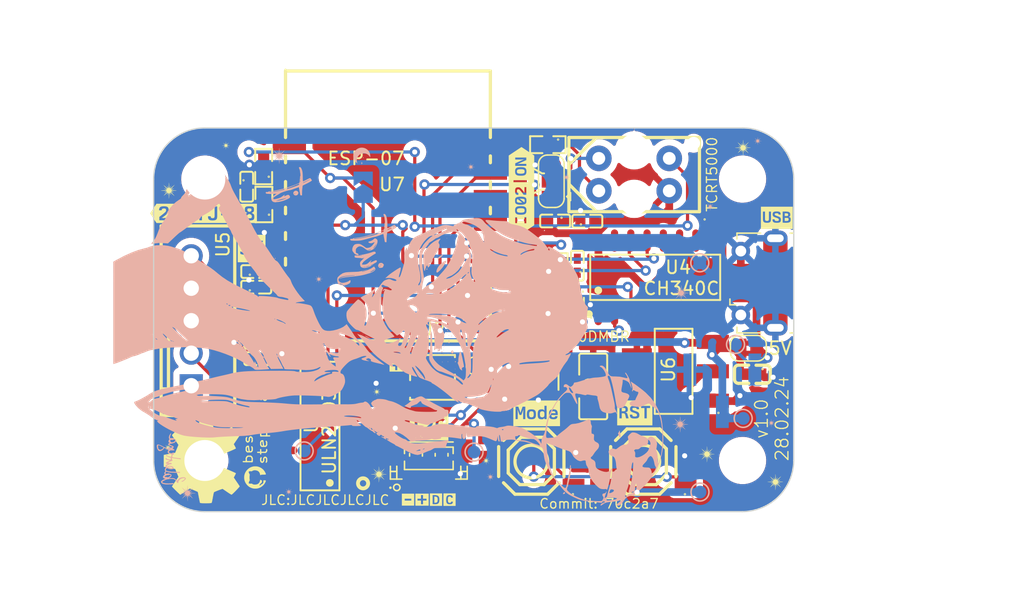
<source format=kicad_pcb>
(kicad_pcb (version 20221018) (generator pcbnew)
  (layers (0 "F.Cu" signal) (31 "B.Cu" signal) (34 "B.Paste" user) (35 "F.Paste" user) (36 "B.SilkS" user "B.Silkscreen") (37 "F.SilkS" user "F.Silkscreen") (38 "B.Mask" user) (39 "F.Mask" user) (44 "Edge.Cuts" user))
  (net 0 "")
  (net 1 "+5V")
  (net 2 "GND")
  (net 3 "+3V3")
  (net 4 "Net-(CGQ1-E)")
  (net 5 "Net-(CGQ1-A)")
  (net 6 "STEPPER1")
  (net 7 "STEPPER2")
  (net 8 "STEPPER3")
  (net 9 "STEPPER4")
  (net 10 "Net-(JP2-C)")
  (net 11 "NEOPIXEL_OUT")
  (net 13 "Net-(Q1-B)")
  (net 14 "Net-(Q2-B)")
  (net 16 "/UD_N")
  (net 17 "/UD_P")
  (net 18 "I2C_SDA")
  (net 19 "I2C_SCL")
  (net 20 "RX")
  (net 28 "TX")
  (net 30 "RTS")
  (net 31 "Net-(U3-O7)")
  (net 32 "DTR")
  (net 33 "GPIO0")
  (net 34 "Net-(U3-O6)")
  (net 35 "Net-(U3-O5)")
  (net 36 "Net-(U3-O4)")
  (net 38 "NEOPIXEL")
  (net 39 "RESET")
  (net 40 "ADC")
  (net 45 "IR")
  (net 52 "VBUS")
  (footprint "footprint:SW-SMD_4P-L5.1-W5.1-P3.70-LS6.5-TL-2" (layer "F.Cu") (at 138.25 96.084 180)
    (fp_text reference "SW2" hide)
    (fp_text value "RST")
  )
  (footprint "footprint:C0402" (layer "F.Cu") (at 133.096 80.772 90)
    (fp_text reference "R1" hide)
    (fp_text value "12k")
  )
  (footprint "LOGO" (layer "F.Cu") (at 146.076262 71.550172)
    (fp_text reference "G***" hide)
    (fp_text value "LOGO" hide)
  )
  (footprint "footprint:CONN-SMD_BM04B-SRSS-TB" (layer "F.Cu") (at 121.494007 96.517443)
    (fp_text reference "J1" hide)
    (fp_text value "I2C" hide)
  )
  (footprint "LOGO" (layer "F.Cu") (at 117.632575 97.075328)
    (fp_text reference "G***" hide)
    (fp_text value "LOGO" hide)
  )
  (footprint "kibuzzard-65D87D58" (layer "F.Cu") (at 121.51356 93.345)
    (fp_text reference "kibuzzard-65D87D58" hide)
    (fp_text value "G***" hide)
  )
  (footprint "MountingHole:MountingHole_3.2mm_M3" (layer "F.Cu") (at 146 96)
    (fp_text reference "H2" hide)
    (fp_text value "MountingHole")
  )
  (footprint "footprint:C0402" (layer "F.Cu") (at 108.014515 81.2292)
    (fp_text reference "C7" hide)
    (fp_text value "10u" hide)
  )
  (footprint "footprint:R0603" (layer "F.Cu") (at 108.610562 75.986259 90)
    (fp_text reference "R5" hide)
    (fp_text value "10k")
  )
  (footprint "kibuzzard-65D87D4C" (layer "F.Cu") (at 129.91891 92.310016)
    (fp_text reference "kibuzzard-65D87D4C" hide)
    (fp_text value "G***" hide)
  )
  (footprint "LOGO" (layer "F.Cu") (at 148.605149 97.675617)
    (fp_text reference "G***" hide)
    (fp_text value "LOGO" hide)
  )
  (footprint "footprint:SOT-23-3_L2.9-W1.3-P1.90-LS2.4-BR" (layer "F.Cu") (at 132.08 84 90)
    (fp_text reference "Q1" hide)
    (fp_text value "MMBT3904")
  )
  (footprint "footprint:SW-SMD_4P-L5.1-W5.1-P3.70-LS6.5-TL-2" (layer "F.Cu") (at 129.5 96.084 180)
    (fp_text reference "SW1" hide)
    (fp_text value "Mode")
  )
  (footprint "LOGO" (layer "F.Cu") (at 127.779211 87.263774)
    (fp_text reference "G***" hide)
    (fp_text value "LOGO" hide)
  )
  (footprint "footprint:C0402" (layer "F.Cu") (at 131.361393 77.276505 180)
    (fp_text reference "C5" hide)
    (fp_text value "10u")
  )
  (footprint "LOGO" (layer "F.Cu") (at 101.1428 94.996)
    (fp_text reference "G***" hide)
    (fp_text value "LOGO" hide)
  )
  (footprint "footprint:SOP-16_L10.0-W3.9-P1.27-LS6.0-BL" (layer "F.Cu") (at 139.17702 81.679058)
    (fp_text reference "U4")
    (fp_text value "CH340C")
  )
  (footprint "kibuzzard-65D87D42" (layer "F.Cu") (at 137.582312 92.278604)
    (fp_text reference "kibuzzard-65D87D42" hide)
    (fp_text value "G***" hide)
  )
  (footprint "footprint:SOT-23-3_L2.9-W1.3-P1.90-LS2.4-BR" (layer "F.Cu") (at 130.81 80.518 -90)
    (fp_text reference "Q2" hide)
    (fp_text value "MMBT3904")
  )
  (footprint "footprint:C0603" (layer "F.Cu") (at 146.7612 89.2556 180)
    (fp_text reference "C2" hide)
    (fp_text value "22u")
  )
  (footprint "footprint:WIFIM-SMD_ESP-07" (layer "F.Cu") (at 118.45 78.45 -90)
    (fp_text reference "U7")
    (fp_text value "ESP-07")
  )
  (footprint "LOGO" (layer "F.Cu") (at 115.57 87.376)
    (fp_text reference "G***" hide)
    (fp_text value "LOGO" hide)
  )
  (footprint "kibuzzard-65DB2C89" (layer "F.Cu") (at 122.056684 99.06)
    (fp_text reference "kibuzzard-65DB2C89" hide)
    (fp_text value "G***" hide)
  )
  (footprint "footprint:SOT-223-3_L6.5-W3.4-P2.30-LS7.0-BR" (layer "F.Cu") (at 140.716 89.027)
    (fp_text reference "U6")
    (fp_text value "AMS1117")
  )
  (footprint "footprint:LED-SMD_4P-L3.5-W3.5-BR_SK6812MINI-HS" (layer "F.Cu") (at 121.78349 89.502828)
    (fp_text reference "U2")
    (fp_text value "SK6812MINI-HS Neopixel")
  )
  (footprint "kibuzzard-65DB1DFE" (layer "F.Cu") (at 103.894224 76.680099)
    (fp_text reference "kibuzzard-65DB1DFE" hide)
    (fp_text value "G***" hide)
  )
  (footprint "footprint:OPTO-TH_TCRT5000L" (layer "F.Cu") (at 137.525 73.65 180)
    (fp_text reference "CGQ1" hide)
    (fp_text value "TCRT5000")
  )
  (footprint "footprint:CONN-TH_B5B-XH-A-LF-SN" (layer "F.Cu") (at 102.937557 85.07215 -90)
    (fp_text reference "U5")
    (fp_text value "28BYJ-48" hide)
  )
  (footprint "kibuzzard-65D87D77" (layer "F.Cu") (at 107.65405 79.427096)
    (fp_text reference "kibuzzard-65D87D77" hide)
    (fp_text value "G***" hide)
  )
  (footprint "Connector_USB:USB_Micro-B_Molex-105017-0001" (layer "F.Cu") (at 147.327485 82.127006 90)
    (fp_text reference "J4" hide)
    (fp_text value "USB_B_Micro" hide)
  )
  (footprint "kibuzzard-65DB2CAC" (layer "F.Cu") (at 119.869726 99.06)
    (fp_text reference "kibuzzard-65DB2CAC" hide)
    (fp_text value "G***" hide)
  )
  (footprint "kibuzzard-65DB2C93" (layer "F.Cu") (at 118.949744 88.577542)
    (fp_text reference "kibuzzard-65DB2C93" hide)
    (fp_text value "G***" hide)
  )
  (footprint "LOGO" (layer "F.Cu") (at 117.4496 90.6272)
    (fp_text reference "G***" hide)
    (fp_text value "LOGO" hide)
  )
  (footprint "Jumper:SolderJumper-3_P1.3mm_Bridged12_RoundedPad1.0x1.5mm" (layer "F.Cu") (at 131.064 74.168 90)
    (fp_text reference "JPe" hide)
    (fp_text value "IR")
  )
  (footprint "TestPoint:TestPoint_Pad_D1.0mm" (layer "F.Cu") (at 118 92.027073)
    (fp_text reference "TP7" hide)
    (fp_text value "NP_OUT")
  )
  (footprint "LOGO" (layer "F.Cu") (at 105.664 71.374)
    (fp_text reference "G***" hide)
    (fp_text value "LOGO" hide)
  )
  (footprint "kibuzzard-65DB2C8E" (layer "F.Cu") (at 123.112886 99.06)
    (fp_text reference "kibuzzard-65DB2C8E" hide)
    (fp_text value "G***" hide)
  )
  (footprint "LOGO" (layer "F.Cu") (at 107.898251 97.358097 90)
    (fp_text reference "G***" hide)
    (fp_text value "LOGO" hide)
  )
  (footprint "footprint:SOIC-16_L9.9-W3.9-P1.27-LS6.0-BL" (layer "F.Cu") (at 112.993238 93.305617 90)
    (fp_text reference "U3")
    (fp_text value "ULN2003A")
  )
  (footprint "Symbol:OSHW-Symbol_6.7x6mm_SilkScreen" (layer "F.Cu") (at 103.772273 96.036512 90)
    (fp_text reference "REF**" hide)
    (fp_text value "OSHW-Symbol_6.7x6mm_SilkScreen" hide)
  )
  (footprint "MountingHole:MountingHole_3.2mm_M3" (layer "F.Cu") (at 146 74)
    (fp_text reference "H3" hide)
    (fp_text value "MountingHole")
  )
  (footprint "LOGO" (layer "F.Cu") (at 101.232588 74.89007)
    (fp_text reference "G***" hide)
    (fp_text value "LOGO" hide)
  )
  (footprint "footprint:C0402" (layer "F.Cu") (at 108.2803 86.760147 180)
    (fp_text reference "C8" hide)
    (fp_text value "10u" hide)
  )
  (footprint "footprint:SENSOR-SMD_HDC1080DMBR" (layer "F.Cu") (at 130.048 88.9 90)
    (fp_text reference "U1" hide)
    (fp_text value "HDC1080DMBR")
  )
  (footprint "kibuzzard-65DB2D65" (layer "F.Cu") (at 128.732353 74.88336 90)
    (fp_text reference "kibuzzard-65DB2D65" hide)
    (fp_text value "G***" hide)
  )
  (footprint "footprint:R0603" (layer "F.Cu") (at 108.594432 73.017819 90)
    (fp_text reference "R3" hide)
    (fp_text value "20k")
  )
  (footprint "footprint:C0402" (layer "F.Cu") (at 129.692608 83.541933 -90)
    (fp_text reference "R2" hide)
    (fp_text value "12k")
  )
  (footprint "TestPoint:TestPoint_Pad_D1.0mm" (layer "F.Cu") (at 125.123425 88.59285)
    (fp_text reference "TP8" hide)
    (fp_text value "NP_IN")
  )
  (footprint "LOGO" (layer "F.Cu") (at 143.256 95.504)
    (fp_text reference "G***" hide)
    (fp_text value "LOGO" hide)
  )
  (footprint "footprint:C0402" (layer "F.Cu") (at 108.014515 82.4484)
    (fp_text reference "C4" hide)
    (fp_text value "100n" hide)
  )
  (footprint "footprint:C0402" (layer "F.Cu") (at 107.269331 74.594871 -90)
    (fp_text reference "C9" hide)
    (fp_text value "100n")
  )
  (footprint "Jumper:SolderJumper-2_P1.3mm_Bridged2Bar_RoundedPad1.0x1.5mm" (layer "F.Cu") (at 146.453262 87.222544 180)
    (fp_text reference "JP3" hide)
    (fp_text value "5V")
  )
  (footprint "footprint:C1206" (layer "F.Cu") (at 134.334912 90.212388 90)
    (fp_text reference "C3")
    (fp_text value "100u")
  )
  (footprint "footprint:C0402" (layer "F.Cu") (at 108.2548 88.0364 180)
    (fp_text reference "C6" hide)
    (fp_text value "100n" hide)
  )
  (footprint "footprint:R0603" (layer "F.Cu") (at 130.791301 71.309501 180)
    (fp_text reference "R4" hide)
    (fp_text value "220" hide)
  )
  (footprint "MountingHole:MountingHole_3.2mm_M3" (layer "F.Cu") (at 104 74)
    (fp_text reference "H1" hide)
    (fp_text value "MountingHole")
  )
  (footprint "LOGO" (layer "F.Cu") (at 125.984 96.012)
    (fp_text reference "G***" hide)
    (fp_text value "LOGO" hide)
  )
  (footprint "footprint:C0402" (layer "F.Cu") (at 133.876335 77.289542)
    (fp_text reference "C1" hide)
    (fp_text value "100n")
  )
  (footprint "kibuzzard-65DB2C93" (layer "F.Cu") (at 120.963205 99.061673)
    (fp_text reference "kibuzzard-65DB2C93" hide)
    (fp_text value "G***" hide)
  )
  (footprint "MountingHole:MountingHole_3.2mm_M3" (layer "F.Cu") (at 104 96)
    (fp_text reference "H4" hide)
    (fp_text value "MountingHole")
  )
  (footprint "kibuzzard-65D87D0C" (layer "F.Cu") (at 148.678095 77.026513)
    (fp_text reference "kibuzzard-65D87D0C" hide)
    (fp_text value "G***" hide)
  )
  (footprint "LOGO" (layer "B.Cu") (at 101.319124 96.042034 90)
    (fp_text reference "G***" hide)
    (fp_text value "LOGO" hide)
  )
  (footprint "LOGO" (layer "B.Cu") (at 102.616 98.552 180)
    (fp_text reference "G***" hide)
    (fp_text value "LOGO" hide)
  )
  (footprint "LOGO" (layer "B.Cu") (at 116.295558 72.215668)
    (fp_text reference "G***" hide)
    (fp_text value "LOGO" hide)
  )
  (footprint "LOGO" (layer "B.Cu") (at 110.5408 98.4504 180)
    (fp_text reference "G***" hide)
    (fp_text value "LOGO" hide)
  )
  (footprint "TestPoint:TestPoint_Pad_D1.0mm" (layer "B.Cu") (at 142.660767 80.547059 180)
    (fp_text reference "TP6" hide)
    (fp_text value "VBUS")
  )
  (footprint "LOGO" (layer "B.Cu") (at 141.1732 82.9056 180)
    (fp_text reference "G***" hide)
    (fp_text value "LOGO" hide)
  )
  (footprint "LOGO" (layer "B.Cu") (at 148.2344 93.0656 180)
    (fp_text reference "G***" hide)
    (fp_text value "LOGO" hide)
  )
  (footprint "LOGO" (layer "B.Cu") (at 109.773927 72.17847 180)
    (fp_text reference "G***" hide)
    (fp_text value "LOGO" hide)
  )
  (footprint "LOGO" (layer "B.Cu") (at 126.2888 97.282 180)
    (fp_text reference "G***" hide)
    (fp_text value "LOGO" hide)
  )
  (footprint "TestPoint:TestPoint_Pad_D1.0mm" (layer "B.Cu") (at 146.05 92.71 180)
    (fp_text reference "TP4" hide)
    (fp_text value "VBUS")
  )
  (footprint "LOGO" (layer "B.Cu") (at 147.1676 71.0184 180)
    (fp_text reference "G***" hide)
    (fp_text value "LOGO" hide)
  )
  (footprint "footprint:alien" (layer "B.Cu") (at 118.6688 86.36 90)
    (fp_text reference "G***" hide)
    (fp_text value "LOGO" hide)
  )
  (footprint "Jumper:SolderJumper-2_P1.3mm_Open_TrianglePad1.0x1.5mm" (layer "B.Cu") (at 116.369277 74.640314 90)
    (fp_text reference "JP1" hide)
    (fp_text value "Deep Sleep" hide)
  )
  (footprint "Connector_PinHeader_2.54mm:PinHeader_1x03_P2.54mm_Vertical_SMD_Pin1Left" (layer "B.Cu") (at 144.4244 90.547 -90)
    (fp_text reference "J2" hide)
    (fp_text value "5V Switch")
  )
  (footprint "LOGO" (layer "B.Cu") (at 132.2324 73.8632 180)
    (fp_text reference "G***" hide)
    (fp_text value "LOGO" hide)
  )
  (footprint "TestPoint:TestPoint_Pad_D1.0mm" (layer "B.Cu") (at 111.76 95.25 180)
    (fp_text reference "TP2" hide)
    (fp_text value "SDA")
  )
  (footprint "TestPoint:TestPoint_Pad_D1.0mm" (layer "B.Cu") (at 125.02936 95.339755 180)
    (fp_text reference "TP1" hide)
    (fp_text value "SCL")
  )
  (footprint "LOGO" (layer "B.Cu") (at 112.884265 81.82455 180)
    (fp_text reference "G***" hide)
    (fp_text value "LOGO" hide)
  )
  (footprint "LOGO" (layer "B.Cu") (at 110.339176 72.757426 90)
    (fp_text reference "G***" hide)
    (fp_text value "LOGO" hide)
  )
  (footprint "LOGO" (layer "B.Cu") (at 116.729161 80.168013 90)
    (fp_text reference "G***" hide)
    (fp_text value "LOGO" hide)
  )
  (footprint "LOGO" (layer "B.Cu") (at 143.4592 76.1492 180)
    (fp_text reference "G***" hide)
    (fp_text value "LOGO" hide)
  )
  (footprint "TestPoint:TestPoint_Pad_D1.0mm" (layer "B.Cu") (at 145.451301 86.925539 180)
    (fp_text reference "TP3" hide)
    (fp_text value "VBUS")
  )
  (footprint "LOGO" (layer "B.Cu") (at 141.096454 93.169877 180)
    (fp_text reference "G***" hide)
    (fp_text value "LOGO" hide)
  )
  (footprint "LOGO" (layer "B.Cu") (at 113.138986 77.75493 90)
    (fp_text reference "G***" hide)
    (fp_text value "LOGO" hide)
  )
  (footprint "TestPoint:TestPoint_Pad_D1.0mm" (layer "B.Cu") (at 142.676375 98.466736 180)
    (fp_text reference "TP5" hide)
    (fp_text value "VBUS")
  )
  (footprint "LOGO" (layer "B.Cu") (at 124.7648 73.0504 180)
    (fp_text reference "G***" hide)
    (fp_text value "LOGO" hide)
  )
  (gr_line (start 130.392555 73.554657) (end 130.5 73.554657) (stroke (width 0.15)) (layer "F.SilkS"))
  (gr_line (start 129.607582 75.144388) (end 130.335286 74.81083) (stroke (width 0.15)) (layer "F.SilkS"))
  (gr_line (start 130.386658 74.81083) (end 130.5 74.81083) (stroke (width 0.15)) (layer "F.SilkS"))
  (gr_line (start 129.607582 73.141547) (end 130.341183 73.554657) (stroke (width 0.15)) (layer "F.SilkS"))
  (gr_line (start 99.999998 96) (end 100 74) (stroke (width 0.1)) (layer "Edge.Cuts"))
  (gr_line (start 145.999968 99.99652) (end 104 100) (stroke (width 0.1)) (layer "Edge.Cuts"))
  (gr_arc (start 104 100) (mid 101.171572 98.828428) (end 99.999998 96) (stroke (width 0.1)) (layer "Edge.Cuts"))
  (gr_line (start 150 74) (end 150 96) (stroke (width 0.1)) (layer "Edge.Cuts"))
  (gr_arc (start 150 96) (mid 148.816333 98.815326) (end 145.999968 99.99652) (stroke (width 0.1)) (layer "Edge.Cuts"))
  (gr_line (start 104 70) (end 146 70) (stroke (width 0.1)) (layer "Edge.Cuts"))
  (gr_arc (start 100 74) (mid 101.171573 71.171573) (end 104 70) (stroke (width 0.1)) (layer "Edge.Cuts"))
  (gr_arc (start 146 70) (mid 148.828427 71.171573) (end 150 74) (stroke (width 0.1)) (layer "Edge.Cuts"))
  (gr_text "v1.0\n28.02.24" (at 148.282479 92.73096 90) (layer "F.SilkS") (effects (font (size 1 1) (thickness 0.1))))
  (gr_text "Commit: 70c2a7" (at 130.060288 99.378202) (layer "F.SilkS") (effects (font (size 0.75 0.75) (thickness 0.1)) (justify left)))
  (gr_text "besi/\nstepomatic" (at 107.945798 96.368563 90) (layer "F.SilkS") (effects (font (size 0.7 0.9) (thickness 0.1)) (justify left)))
  (gr_text "JLCJLCJLCJLC" (at 110.628377 99.093006) (layer "F.SilkS") (effects (font (size 0.75 0.75) (thickness 0.1)) (justify left)))
  (gr_text "JLC:" (at 108.334407 99.093006) (layer "F.SilkS") (effects (font (size 0.75 0.75) (thickness 0.1)) (justify left)))
  (segment (start 143.522788 86.8) (end 141.475 86.8) (width 0.6) (layer "F.Cu") (net 1))
  (segment (start 107.709715 88.0364) (end 107.5436 88.0364) (width 0.6) (layer "F.Cu") (net 1))
  (segment (start 106.2736 83.328183) (end 106.2736 86.7664) (width 0.6) (layer "F.Cu") (net 1))
  (segment (start 144.120656 87.222544) (end 143.6116 87.7316) (width 0.6) (layer "F.Cu") (net 1))
  (segment (start 102.937557 79.99214) (end 106.2736 83.328183) (width 0.6) (layer "F.Cu") (net 1))
  (segment (start 107.709715 88.611279) (end 107.709715 88.0364) (width 0.6) (layer "F.Cu") (net 1))
  (segment (start 107.5436 88.0364) (end 106.2736 86.7664) (width 0.6) (layer "F.Cu") (net 1))
  (segment (start 145.803262 87.222544) (end 144.120656 87.222544) (width 0.6) (layer "F.Cu") (net 1))
  (segment (start 143.565422 86.757366) (end 143.522788 86.8) (width 0.6) (layer "F.Cu") (net 1))
  (segment (start 145.803262 88.997687) (end 145.803262 87.222544) (width 0.6) (layer "F.Cu") (net 1))
  (segment (start 146.061175 89.2556) (end 145.803262 88.997687) (width 0.6) (layer "F.Cu") (net 1))
  (segment (start 107.959044 88.860608) (end 107.709715 88.611279) (width 0.6) (layer "F.Cu") (net 1))
  (segment (start 107.709715 86.785647) (end 107.709715 88.0364) (width 0.6) (layer "F.Cu") (net 1))
  (segment (start 110.257653 88.860608) (end 107.959044 88.860608) (width 0.6) (layer "F.Cu") (net 1))
  (segment (start 107.735215 86.760147) (end 107.709715 86.785647) (width 0.6) (layer "F.Cu") (net 1))
  (segment (start 143.843352 86.479436) (end 143.565422 86.757366) (width 0.6) (layer "F.Cu") (net 1))
  (via (at 143.6116 87.7316) (size 0.8) (drill 0.4) (layers "F.Cu" "B.Cu") (net 1))
  (via (at 106.2736 86.7664) (size 0.8) (drill 0.4) (layers "F.Cu" "B.Cu") (net 1))
  (via (at 141.475 86.8) (size 0.8) (drill 0.4) (layers "F.Cu" "B.Cu") (net 1))
  (segment (start 143.6624 86.750577) (end 143.6116 86.801377) (width 0.6) (layer "B.Cu") (net 1))
  (segment (start 144.4244 92.202) (end 144.4244 88.5444) (width 0.6) (layer "B.Cu") (net 1))
  (segment (start 106.299 86.741) (end 106.2736 86.7664) (width 0.6) (layer "B.Cu") (net 1))
  (segment (start 141.475 86.8) (end 141.416 86.741) (width 0.6) (layer "B.Cu") (net 1))
  (segment (start 143.6116 86.801377) (end 143.6116 87.7316) (width 0.6) (layer "B.Cu") (net 1))
  (segment (start 144.4244 88.5444) (end 143.6116 87.7316) (width 0.6) (layer "B.Cu") (net 1))
  (segment (start 141.416 86.741) (end 106.299 86.741) (width 0.6) (layer "B.Cu") (net 1))
  (segment (start 146.05 92.71) (end 144.9324 92.71) (width 0.6) (layer "B.Cu") (net 1))
  (segment (start 144.9324 92.71) (end 144.4244 92.202) (width 0.6) (layer "B.Cu") (net 1))
  (segment (start 107.46943 81.2292) (end 107.46943 81.86217) (width 0.6) (layer "F.Cu") (net 2))
  (segment (start 131.064 72.868) (end 129.824 72.868) (width 0.6) (layer "F.Cu") (net 2))
  (segment (start 145.370634 91.357366) (end 145.796 90.932) (width 0.6) (layer "F.Cu") (net 2))
  (segment (start 130.048 90.447498) (end 130.048 88.900127) (width 0.6) (layer "F.Cu") (net 2))
  (segment (start 141.549975 94.233784) (end 141.549975 95.559025) (width 0.6) (layer "F.Cu") (net 2))
  (segment (start 108.650335 78.173702) (end 108.650335 76.86888) (width 0.6) (layer "F.Cu") (net 2))
  (segment (start 124.293982 95.254933) (end 124.293982 96.686018) (width 0.6) (layer "F.Cu") (net 2))
  (segment (start 118.694032 95.254933) (end 118.694032 93.649968) (width 0.6) (layer "F.Cu") (net 2))
  (segment (start 107.46943 81.2292) (end 107.46943 82.4484) (width 0.6) (layer "F.Cu") (net 2))
  (segment (start 119.994007 96.554908) (end 118.694032 95.254933) (width 0.6) (layer "F.Cu") (net 2))
  (segment (start 148.564985 78.627006) (end 148.564985 85.627006) (width 0.6) (layer "F.Cu") (net 2))
  (segment (start 134.334912 91.804971) (end 134.334912 92.698847) (width 0.6) (layer "F.Cu") (net 2))
  (segment (start 130.048 90.447498) (end 130.048 91.268613) (width 0.6) (layer "F.Cu") (net 2))
  (segment (start 127.727289 88.64632) (end 127.727289 86.915674) (width 0.6) (layer "F.Cu") (net 2))
  (segment (start 107.478731 72.881328) (end 107.269331 73.090728) (width 0.6) (layer "F.Cu") (net 2))
  (segment (start 126.112152 90.402879) (end 123.688 90.402879) (width 0.6) (layer "F.Cu") (net 2))
  (segment (start 116.276104 88.860608) (end 115.728823 88.860608) (width 0.6) (layer "F.Cu") (net 2))
  (segment (start 141.549975 95.559025) (end 141.478 95.631) (width 0.6) (layer "F.Cu") (net 2))
  (segment (start 127.727289 88.64632) (end 127.727289 88.787742) (width 0.6) (layer "F.Cu") (net 2))
  (segment (start 142.006972 91.063428) (end 141.986 91.0844) (width 0.6) (layer "F.Cu") (net 2))
  (segment (start 118.694032 93.649968) (end 118.872 93.472) (width 0.6) (layer "F.Cu") (net 2))
  (segment (start 119.994007 97.779953) (end 119.994007 96.554908) (width 0.6) (layer "F.Cu") (net 2))
  (segment (start 145.864985 79.627006) (end 145.864985 80.677504) (width 0.6) (layer "F.Cu") (net 2))
  (segment (start 117.378287 89.962791) (end 116.276104 88.860608) (width 0.6) (layer "F.Cu") (net 2))
  (segment (start 143.565422 91.357366) (end 145.370634 91.357366) (width 0.6) (layer "F.Cu") (net 2))
  (segment (start 143.85936 91.063428) (end 142.006972 91.063428) (width 0.6) (layer "F.Cu") (net 2))
  (segment (start 108.799885 86.785647) (end 108.799885 88.0364) (width 0.6) (layer "F.Cu") (net 2))
  (segment (start 124.293982 96.686018) (end 123.952 97.028) (width 0.6) (layer "F.Cu") (net 2))
  (segment (start 133.33125 77.289542) (end 133.35 77.270792) (width 0.6) (layer "F.Cu") (net 2))
  (segment (start 109.629783 88.0364) (end 110.017379 87.648804) (width 0.6) (layer "F.Cu") (net 2))
  (segment (start 126.303569 85.491954) (end 126.303569 85.450025) (width 0.6) (layer "F.Cu") (net 2))
  (segment (start 127.727289 88.787742) (end 126.112152 90.402879) (width 0.6) (layer "F.Cu") (net 2))
  (segment (start 134.742562 83.95105) (end 134.611512 83.82) (width 0.6) (layer "F.Cu") (net 2))
  (segment (start 134.611512 83.82) (end 134.112 83.82) (width 0.6) (layer "F.Cu") (net 2))
  (segment (start 107.46943 81.86217) (end 107.442 81.8896) (width 0.6) (layer "F.Cu") (net 2))
  (segment (start 147.696066 89.490441) (end 148.386552 89.490441) (width 0.6) (layer "F.Cu") (net 2))
  (segment (start 108.799885 88.0364) (end 109.629783 88.0364) (width 0.6) (layer "F.Cu") (net 2))
  (segment (start 133.35 77.270792) (end 133.35 76.454) (width 0.6) (layer "F.Cu") (net 2))
  (segment (start 129.824 72.868) (end 129.794 72.898) (width 0.6) (layer "F.Cu") (net 2))
  (segment (start 108.645044 78.178993) (end 108.650335 78.173702) (width 0.6) (layer "F.Cu") (net 2))
  (segment (start 108.825385 86.760147) (end 108.799885 86.785647) (width 0.6) (layer "F.Cu") (net 2))
  (segment (start 132.799975 94.233784) (end 132.799975 95.207975) (width 0.6) (layer "F.Cu") (net 2))
  (segment (start 134.334912 92.698847) (end 132.799975 94.233784) (width 0.6) (layer "F.Cu") (net 2))
  (segment (start 132.799975 95.207975) (end 132.969 95.377) (width 0.6) (layer "F.Cu") (net 2))
  (segment (start 107.269331 73.090728) (end 107.269331 74.049786) (width 0.6) (layer "F.Cu") (net 2))
  (segment (start 147.461225 89.2556) (end 147.696066 89.490441) (width 0.6) (layer "F.Cu") (net 2))
  (segment (start 127.727289 86.915674) (end 126.303569 85.491954) (width 0.6) (layer "F.Cu") (net 2))
  (segment (start 130.048 91.268613) (end 130.05183 91.272443) (width 0.6) (layer "F.Cu") (net 2))
  (segment (start 132.527495 77.276505) (end 133.35 76.454) (width 0.6) (layer "F.Cu") (net 2))
  (segment (start 131.906478 77.276505) (end 132.527495 77.276505) (width 0.6) (layer "F.Cu") (net 2))
  (via (at 108.645044 78.178993) (size 0.8) (drill 0.4) (layers "F.Cu" "B.Cu") (net 2))
  (via (at 123.952 97.028) (size 0.8) (drill 0.4) (layers "F.Cu" "B.Cu") (net 2))
  (via (at 110.017379 87.648804) (size 0.8) (drill 0.4) (layers "F.Cu" "B.Cu") (net 2))
  (via (at 117.378287 89.962791) (size 0.8) (drill 0.4) (layers "F.Cu" "B.Cu") (net 2))
  (via (at 130.05183 91.272443) (size 0.8) (drill 0.4) (layers "F.Cu" "B.Cu") (net 2))
  (via (at 127.727289 88.64632) (size 0.8) (drill 0.4) (layers "F.Cu" "B.Cu") (net 2))
  (via (at 132.969 95.377) (size 0.8) (drill 0.4) (layers "F.Cu" "B.Cu") (net 2))
  (via (at 118.872 93.472) (size 0.8) (drill 0.4) (layers "F.Cu" "B.Cu") (net 2))
  (via (at 133.35 76.454) (size 0.8) (drill 0.4) (layers "F.Cu" "B.Cu") (net 2))
  (via (at 148.386552 89.490441) (size 0.8) (drill 0.4) (layers "F.Cu" "B.Cu") (net 2))
  (via (at 134.112 83.82) (size 0.8) (drill 0.4) (layers "F.Cu" "B.Cu") (net 2))
  (via (at 129.794 72.898) (size 0.8) (drill 0.4) (layers "F.Cu" "B.Cu") (net 2))
  (via (at 141.986 91.0844) (size 0.8) (drill 0.4) (layers "F.Cu" "B.Cu") (net 2))
  (via (at 107.478731 72.881328) (size 0.8) (drill 0.4) (layers "F.Cu" "B.Cu") (net 2))
  (via (at 141.478 95.631) (size 0.8) (drill 0.4) (layers "F.Cu" "B.Cu") (net 2))
  (via (at 107.442 81.8896) (size 0.8) (drill 0.4) (layers "F.Cu" "B.Cu") (net 2))
  (via (at 145.796 90.932) (size 0.8) (drill 0.4) (layers "F.Cu" "B.Cu") (net 2))
  (segment (start 145.56642 79.328441) (end 145.864985 79.627006) (width 0.6) (layer "B.Cu") (net 2))
  (segment (start 128.854386 75.576234) (end 130.554657 77.276505) (width 0.6) (layer "F.Cu") (net 3))
  (segment (start 134.62 78.232) (end 134.742562 78.109438) (width 0.6) (layer "F.Cu") (net 3))
  (segment (start 130.037935 71.309501) (end 128.854386 72.49305) (width 0.6) (layer "F.Cu") (net 3))
  (segment (start 134 78.232) (end 134.62 78.232) (width 0.6) (layer "F.Cu") (net 3))
  (segment (start 138.552562 82.672562) (end 138.552562 83.95105) (width 0.6) (layer "F.Cu") (net 3))
  (segment (start 110.596431 85.450025) (end 109.313936 85.450025) (width 0.6) (layer "F.Cu") (net 3))
  (segment (start 111.76 96.448903) (end 114.371097 99.06) (width 0.6) (layer "F.Cu") (net 3))
  (segment (start 144.432562 80.103438) (end 144.432562 77.757562) (width 0.6) (layer "F.Cu") (net 3))
  (segment (start 128.922606 84.982065) (end 128.922606 79.170207) (width 0.6) (layer "F.Cu") (net 3))
  (segment (start 131.463998 78.232) (end 134 78.232) (width 0.6) (layer "F.Cu") (net 3))
  (segment (start 134.742562 79.00105) (end 134.742562 80.06477) (width 0.6) (layer "F.Cu") (net 3))
  (segment (start 121.412 99.06) (end 137.178784 99.06) (width 0.6) (layer "F.Cu") (net 3))
  (segment (start 121.583401 92.416599) (end 120.994007 93.005993) (width 0.6) (layer "F.Cu") (net 3))
  (segment (start 138.552562 82.672562) (end 140.453124 80.772) (width 0.6) (layer "F.Cu") (net 3))
  (segment (start 120.994007 93.005993) (end 120.994007 97.779953) (width 0.6) (layer "F.Cu") (net 3))
  (segment (start 140.275826 74.920003) (end 140.275826 76.334216) (width 0.6) (layer "F.Cu") (net 3))
  (segment (start 120.994007 99.006085) (end 121.047922 99.06) (width 0.6) (layer "F.Cu") (net 3))
  (segment (start 135.504603 77.347397) (end 134.62 78.232) (width 0.6) (layer "F.Cu") (net 3))
  (segment (start 142.973 89.027) (end 142 90) (width 0.6) (layer "F.Cu") (net 3))
  (segment (start 120.586356 88.602777) (end 121.583401 89.599822) (width 0.6) (layer "F.Cu") (net 3))
  (segment (start 134.42142 77.289542) (end 134.742562 77.610684) (width 0.6) (layer "F.Cu") (net 3))
  (segment (start 139.262645 77.347397) (end 135.504603 77.347397) (width 0.6) (layer "F.Cu") (net 3))
  (segment (start 137.746023 89.027) (end 138.684 89.964977) (width 0.6) (layer "F.Cu") (net 3))
  (segment (start 137.178784 99.06) (end 137.759752 98.479032) (width 0.6) (layer "F.Cu") (net 3))
  (segment (start 108.801511 84.9376) (end 108.801511 81.471111) (width 0.6) (layer "F.Cu") (net 3))
  (segment (start 140.453124 80.772) (end 143.764 80.772) (width 0.6) (layer "F.Cu") (net 3))
  (segment (start 134.742562 80.06477) (end 136.074292 81.3965) (width 0.6) (layer "F.Cu") (net 3))
  (segment (start 130.554657 77.276505) (end 130.816308 77.276505) (width 0.6) (layer "F.Cu") (net 3))
  (segment (start 109.313936 85.450025) (end 108.801511 84.9376) (width 0.6) (layer "F.Cu") (net 3))
  (segment (start 130.048 86.107459) (end 128.922606 84.982065) (width 0.6) (layer "F.Cu") (net 3))
  (segment (start 120.994007 97.779953) (end 120.994007 99.006085) (width 0.6) (layer "F.Cu") (net 3))
  (segment (start 140.275826 76.334216) (end 139.262645 77.347397) (width 0.6) (layer "F.Cu") (net 3))
  (segment (start 136.074292 81.3965) (end 137.2765 81.3965) (width 0.6) (layer "F.Cu") (net 3))
  (segment (start 121.047922 99.06) (end 121.412 99.06) (width 0.6) (layer "F.Cu") (net 3))
  (segment (start 128.922606 79.170207) (end 130.816308 77.276505) (width 0.6) (layer "F.Cu") (net 3))
  (segment (start 130.048 87.352502) (end 130.048 86.107459) (width 0.6) (layer "F.Cu") (net 3))
  (segment (start 134.42142 77.81058) (end 134 78.232) (width 0.6) (layer "F.Cu") (net 3))
  (segment (start 111.76 86.613594) (end 111.76 96.448903) (width 0.6) (layer "F.Cu") (net 3))
  (segment (start 108.801511 81.471111) (end 108.5596 81.2292) (width 0.6) (layer "F.Cu") (net 3))
  (segment (start 137.2765 81.3965) (end 138.552562 82.672562) (width 0.6) (layer "F.Cu") (net 3))
  (segment (start 128.854386 72.49305) (end 128.854386 75.576234) (width 0.6) (layer "F.Cu") (net 3))
  (segment (start 137.759752 98.479032) (end 138.684 97.554784) (width 0.6) (layer "F.Cu") (net 3))
  (segment (start 138.542019 84.55155) (end 138.542019 88.231004) (width 0.6) (layer "F.Cu") (net 3))
  (segment (start 138.684 89.964977) (end 138.684 97.554784) (width 0.6) (layer "F.Cu") (net 3))
  (segment (start 143.764 80.772) (end 144.432562 80.103438) (width 0.6) (layer "F.Cu") (net 3))
  (segment (start 110.596431 85.450025) (end 111.76 86.613594) (width 0.6) (layer "F.Cu") (net 3))
  (segment (start 130.816308 77.276505) (end 130.816308 77.58431) (width 0.6) (layer "F.Cu") (net 3))
  (segment (start 121.583401 89.599822) (end 121.583401 92.416599) (width 0.6) (layer "F.Cu") (net 3))
  (segment (start 134.42142 77.289542) (end 134.42142 77.81058) (width 0.6) (layer "F.Cu") (net 3))
  (segment (start 114.371097 99.06) (end 121.412 99.06) (width 0.6) (layer "F.Cu") (net 3))
  (segment (start 134.334912 88.619805) (end 137.338828 88.619805) (width 0.6) (layer "F.Cu") (net 3))
  (segment (start 144.432562 77.757562) (end 144.399 77.724) (width 0.6) (layer "F.Cu") (net 3))
  (segment (start 134.742562 77.610684) (end 134.742562 78.109438) (width 0.6) (layer "F.Cu") (net 3))
  (segment (start 130.816308 77.58431) (end 131.463998 78.232) (width 0.6) (layer "F.Cu") (net 3))
  (segment (start 134.742562 78.109438) (end 134.742562 78.62347) (width 0.6) (layer "F.Cu") (net 3))
  (segment (start 137.338828 88.619805) (end 137.746023 89.027) (width 0.6) (layer "F.Cu") (net 3))
  (segment (start 143.685952 89.027) (end 142.973 89.027) (width 0.6) (layer "F.Cu") (net 3))
  (segment (start 138.542019 88.231004) (end 137.746023 89.027) (width 0.6) (layer "F.Cu") (net 3))
  (segment (start 120.333401 88.602777) (end 120.586356 88.602777) (width 0.6) (layer "F.Cu") (net 3))
  (via (at 137.759752 98.479032) (size 0.8) (drill 0.4) (layers "F.Cu" "B.Cu") (net 3))
  (segment (start 142.676375 98.466736) (end 137.772048 98.466736) (width 0.6) (layer "B.Cu") (net 3))
  (segment (start 137.772048 98.466736) (end 137.759752 98.479032) (width 0.6) (layer "B.Cu") (net 3))
  (segment (start 120.396 77.724) (end 120.396 71.882) (width 0.25) (layer "F.Cu") (net 4))
  (segment (start 140.275826 72.379997) (end 141.703315 73.807486) (width 0.25) (layer "F.Cu") (net 4))
  (segment (start 108.176915 71.882) (end 107.442 71.882) (width 0.25) (layer "F.Cu") (net 4))
  (segment (start 108.630871 72.335956) (end 108.176915 71.882) (width 0.25) (layer "F.Cu") (net 4))
  (segment (start 141.703315 73.807486) (end 141.703315 77.639506) (width 0.25) (layer "F.Cu") (net 4))
  (via (at 141.703315 77.639506) (size 0.8) (drill 0.4) (layers "F.Cu" "B.Cu") (net 4))
  (via (at 120.396 71.882) (size 0.8) (drill 0.4) (layers "F.Cu" "B.Cu") (net 4))
  (via (at 107.442 71.882) (size 0.8) (drill 0.4) (layers "F.Cu" "B.Cu") (net 4))
  (via (at 120.396 77.724) (size 0.8) (drill 0.4) (layers "F.Cu" "B.Cu") (net 4))
  (segment (start 120.396 71.882) (end 107.442 71.882) (width 0.25) (layer "B.Cu") (net 4))
  (segment (start 120.457644 77.662356) (end 141.680465 77.662356) (width 0.25) (layer "B.Cu") (net 4))
  (segment (start 141.680465 77.662356) (end 141.703315 77.639506) (width 0.25) (layer "B.Cu") (net 4))
  (segment (start 120.396 77.724) (end 120.457644 77.662356) (width 0.25) (layer "B.Cu") (net 4))
  (segment (start 133.2625 72.110612) (end 132.461389 71.309501) (width 0.25) (layer "F.Cu") (net 5))
  (segment (start 133.2625 73.408329) (end 133.2625 72.110612) (width 0.25) (layer "F.Cu") (net 5))
  (segment (start 134.774174 74.920003) (end 133.2625 73.408329) (width 0.25) (layer "F.Cu") (net 5))
  (segment (start 132.461389 71.309501) (end 131.544667 71.309501) (width 0.25) (layer "F.Cu") (net 5))
  (segment (start 114.45323 93.940618) (end 112.384501 91.871889) (width 0.25) (layer "F.Cu") (net 6))
  (segment (start 115.728823 93.940618) (end 114.45323 93.940618) (width 0.25) (layer "F.Cu") (net 6))
  (segment (start 112.384501 84.533015) (end 111.301511 83.450025) (width 0.25) (layer "F.Cu") (net 6))
  (segment (start 111.301511 83.450025) (end 110.601511 83.450025) (width 0.25) (layer "F.Cu") (net 6))
  (segment (start 112.384501 91.871889) (end 112.384501 84.533015) (width 0.25) (layer "F.Cu") (net 6))
  (segment (start 113 91.298908) (end 113 83.398514) (width 0.25) (layer "F.Cu") (net 7))
  (segment (start 113 83.398514) (end 111.051486 81.45) (width 0.25) (layer "F.Cu") (net 7))
  (segment (start 114.371708 92.670616) (end 113 91.298908) (width 0.25) (layer "F.Cu") (net 7))
  (segment (start 115.728823 92.670616) (end 114.371708 92.670616) (width 0.25) (layer "F.Cu") (net 7))
  (segment (start 111.051486 81.45) (end 110.601511 81.45) (width 0.25) (layer "F.Cu") (net 7))
  (segment (start 110.601511 79.45) (end 111.301511 79.45) (width 0.25) (layer "F.Cu") (net 8))
  (segment (start 114.470258 91.400613) (end 115.728823 91.400613) (width 0.25) (layer "F.Cu") (net 8))
  (segment (start 113.618167 81.766656) (end 113.618167 90.548522) (width 0.25) (layer "F.Cu") (net 8))
  (segment (start 111.301511 79.45) (end 113.618167 81.766656) (width 0.25) (layer "F.Cu") (net 8))
  (segment (start 113.618167 90.548522) (end 114.470258 91.400613) (width 0.25) (layer "F.Cu") (net 8))
  (segment (start 114.316051 83.097499) (end 114.30971 83.10384) (width 0.25) (layer "F.Cu") (net 9))
  (segment (start 114.30971 83.10384) (end 114.30971 89.799483) (width 0.25) (layer "F.Cu") (net 9))
  (segment (start 126.303569 83.450025) (end 124.872197 83.450025) (width 0.25) (layer "F.Cu") (net 9))
  (segment (start 114.640838 90.130611) (end 115.728823 90.130611) (width 0.25) (layer "F.Cu") (net 9))
  (segment (start 114.30971 89.799483) (end 114.640838 90.130611) (width 0.25) (layer "F.Cu") (net 9))
  (segment (start 124.872197 83.450025) (end 124.519671 83.097499) (width 0.25) (layer "F.Cu") (net 9))
  (via (at 114.316051 83.097499) (size 0.8) (drill 0.4) (layers "F.Cu" "B.Cu") (net 9))
  (via (at 124.519671 83.097499) (size 0.8) (drill 0.4) (layers "F.Cu" "B.Cu") (net 9))
  (segment (start 114.316051 83.097499) (end 124.519671 83.097499) (width 0.25) (layer "B.Cu") (net 9))
  (segment (start 132.588 73.136) (end 132.588 72.39) (width 0.25) (layer "F.Cu") (net 10))
  (segment (start 131.556 74.168) (end 132.588 73.136) (width 0.25) (layer "F.Cu") (net 10))
  (segment (start 131.064 74.168) (end 131.556 74.168) (width 0.25) (layer "F.Cu") (net 10))
  (via (at 132.588 72.39) (size 0.8) (drill 0.4) (layers "F.Cu" "B.Cu") (net 10))
  (segment (start 134.774174 72.379997) (end 132.598003 72.379997) (width 0.25) (layer "B.Cu") (net 10))
  (segment (start 132.598003 72.379997) (end 132.588 72.39) (width 0.25) (layer "B.Cu") (net 10))
  (segment (start 119.624194 90.402879) (end 120.333401 90.402879) (width 0.25) (layer "F.Cu") (net 11))
  (segment (start 118 92.027073) (end 119.624194 90.402879) (width 0.25) (layer "F.Cu") (net 11))
  (segment (start 133.096 82.933962) (end 133.029962 83) (width 0.25) (layer "F.Cu") (net 13))
  (segment (start 133.096 81.317085) (end 133.096 82.933962) (width 0.25) (layer "F.Cu") (net 13))
  (segment (start 129.794 81.617536) (end 129.794 82.895456) (width 0.25) (layer "F.Cu") (net 14))
  (segment (start 129.794 82.895456) (end 129.692608 82.996848) (width 0.25) (layer "F.Cu") (net 14))
  (segment (start 144.752484 82.677006) (end 141.288194 82.677006) (width 0.2) (layer "F.Cu") (net 16))
  (segment (start 141.288194 82.677006) (end 140.672022 83.293178) (width 0.2) (layer "F.Cu") (net 16))
  (segment (start 144.852484 82.777006) (end 144.752484 82.677006) (width 0.2) (layer "F.Cu") (net 16))
  (segment (start 141.082024 83.959043) (end 141.082024 84.55155) (width 0.2) (layer "F.Cu") (net 16))
  (segment (start 145.864985 82.777006) (end 144.852484 82.777006) (width 0.2) (layer "F.Cu") (net 16))
  (segment (start 140.672022 83.293178) (end 140.672022 83.549041) (width 0.2) (layer "F.Cu") (net 16))
  (segment (start 140.672022 83.549041) (end 141.082024 83.959043) (width 0.2) (layer "F.Cu") (net 16))
  (segment (start 144.752484 82.227006) (end 141.101794 82.227006) (width 0.2) (layer "F.Cu") (net 17))
  (segment (start 141.101794 82.227006) (end 140.222023 83.106777) (width 0.2) (layer "F.Cu") (net 17))
  (segment (start 145.864985 82.127006) (end 144.852484 82.127006) (width 0.2) (layer "F.Cu") (net 17))
  (segment (start 139.812021 83.959043) (end 139.812021 84.55155) (width 0.2) (layer "F.Cu") (net 17))
  (segment (start 140.222023 83.549041) (end 139.812021 83.959043) (width 0.2) (layer "F.Cu") (net 17))
  (segment (start 144.852484 82.127006) (end 144.752484 82.227006) (width 0.2) (layer "F.Cu") (net 17))
  (segment (start 140.222023 83.106777) (end 140.222023 83.549041) (width 0.2) (layer "F.Cu") (net 17))
  (segment (start 124.226 77.45) (end 126.303569 77.45) (width 0.25) (layer "F.Cu") (net 18))
  (segment (start 127.418691 91.203196) (end 128.174389 90.447498) (width 0.25) (layer "F.Cu") (net 18))
  (segment (start 126.366899 88.723278) (end 123.063 85.419379) (width 0.25) (layer "F.Cu") (net 18))
  (segment (start 128.174389 90.447498) (end 129.048 90.447498) (width 0.25) (layer "F.Cu") (net 18))
  (segment (start 123.063 85.419379) (end 123.063 78.613) (width 0.25) (layer "F.Cu") (net 18))
  (segment (start 129.048 90.447498) (end 129.008502 90.447498) (width 0.25) (layer "F.Cu") (net 18))
  (segment (start 121.994007 94.450313) (end 121.994007 97.779953) (width 0.25) (layer "F.Cu") (net 18))
  (segment (start 126.366899 88.875339) (end 126.366899 88.723278) (width 0.25) (layer "F.Cu") (net 18))
  (segment (start 123.99416 92.45016) (end 121.994007 94.450313) (width 0.25) (layer "F.Cu") (net 18))
  (segment (start 123.063 78.613) (end 124.226 77.45) (width 0.25) (layer "F.Cu") (net 18))
  (via (at 126.366899 88.875339) (size 0.8) (drill 0.4) (layers "F.Cu" "B.Cu") (net 18))
  (via (at 127.418691 91.203196) (size 0.8) (drill 0.4) (layers "F.Cu" "B.Cu") (net 18))
  (via (at 123.99416 92.45016) (size 0.8) (drill 0.4) (layers "F.Cu" "B.Cu") (net 18))
  (segment (start 114.554 92.456) (end 111.76 95.25) (width 0.25) (layer "B.Cu") (net 18))
  (segment (start 127.418691 91.203196) (end 126.366899 90.151404) (width 0.25) (layer "B.Cu") (net 18))
  (segment (start 123.98832 92.456) (end 114.554 92.456) (width 0.25) (layer "B.Cu") (net 18))
  (segment (start 127.417875 91.20238) (end 125.24194 91.20238) (width 0.25) (layer "B.Cu") (net 18))
  (segment (start 125.24194 91.20238) (end 123.99416 92.45016) (width 0.25) (layer "B.Cu") (net 18))
  (segment (start 127.418691 91.203196) (end 127.417875 91.20238) (width 0.25) (layer "B.Cu") (net 18))
  (segment (start 126.366899 90.151404) (end 126.366899 88.875339) (width 0.25) (layer "B.Cu") (net 18))
  (segment (start 123.99416 92.45016) (end 123.98832 92.456) (width 0.25) (layer "B.Cu") (net 18))
  (segment (start 124.267915 93.131) (end 122.845438 94.553477) (width 0.25) (layer "F.Cu") (net 19))
  (segment (start 128.28734 76.733771) (end 128.28734 86.591842) (width 0.25) (layer "F.Cu") (net 19))
  (segment (start 128.523 88.875915) (end 128.523 87.877502) (width 0.25) (layer "F.Cu") (net 19))
  (segment (start 126.303569 75.45) (end 127.003569 75.45) (width 0.25) (layer "F.Cu") (net 19))
  (segment (start 122.994007 97.779953) (end 122.845438 97.631384) (width 0.25) (layer "F.Cu") (net 19))
  (segment (start 128.28734 86.591842) (end 129.048 87.352502) (width 0.25) (layer "F.Cu") (net 19))
  (segment (start 127.003569 75.45) (end 128.28734 76.733771) (width 0.25) (layer "F.Cu") (net 19))
  (segment (start 122.845438 94.553477) (end 128.523 88.875915) (width 0.25) (layer "F.Cu") (net 19))
  (segment (start 122.845438 97.631384) (end 122.845438 94.553477) (width 0.25) (layer "F.Cu") (net 19))
  (segment (start 128.523 87.877502) (end 129.048 87.352502) (width 0.25) (layer "F.Cu") (net 19))
  (segment (start 125.015689 93.131) (end 124.267915 93.131) (width 0.25) (layer "F.Cu") (net 19))
  (via (at 125.015689 93.131) (size 0.8) (drill 0.4) (layers "F.Cu" "B.Cu") (net 19))
  (segment (start 125.02936 93.872973) (end 125.02936 95.339755) (width 0.25) (layer "B.Cu") (net 19))
  (segment (start 125.015689 93.859302) (end 125.02936 93.872973) (width 0.25) (layer "B.Cu") (net 19))
  (segment (start 125.015689 93.131) (end 125.015689 93.859302) (width 0.25) (layer "B.Cu") (net 19))
  (segment (start 122.388247 85.841) (end 122.367029 85.819782) (width 0.25) (layer "F.Cu") (net 20))
  (segment (start 136.012562 83.95105) (end 136.012562 85.504062) (width 0.25) (layer "F.Cu") (net 20))
  (segment (start 122.367029 76.686515) (end 125.603569 73.449975) (width 0.25) (layer "F.Cu") (net 20))
  (segment (start 122.367029 85.819782) (end 122.367029 76.686515) (width 0.25) (layer "F.Cu") (net 20))
  (segment (start 125.603569 73.449975) (end 126.303569 73.449975) (width 0.25) (layer "F.Cu") (net 20))
  (segment (start 136.012562 85.504062) (end 136.35 85.8415) (width 0.25) (layer "F.Cu") (net 20))
  (via (at 122.388247 85.841) (size 0.8) (drill 0.4) (layers "F.Cu" "B.Cu") (net 20))
  (via (at 136.35 85.8415) (size 0.8) (drill 0.4) (layers "F.Cu" "B.Cu") (net 20))
  (segment (start 122.390354 85.843107) (end 136.348393 85.843107) (width 0.25) (layer "B.Cu") (net 20))
  (segment (start 136.348393 85.843107) (end 136.35 85.8415) (width 0.25) (layer "B.Cu") (net 20))
  (segment (start 122.388247 85.841) (end 122.390354 85.843107) (width 0.25) (layer "B.Cu") (net 20))
  (segment (start 137.282562 83.95105) (end 137.282562 82.674648) (width 0.25) (layer "F.Cu") (net 28))
  (segment (start 125.603569 71.449975) (end 121.793 75.260544) (width 0.25) (layer "F.Cu") (net 28))
  (segment (start 121.793 75.260544) (end 121.793 82.322528) (width 0.25) (layer "F.Cu") (net 28))
  (segment (start 121.793 82.322528) (end 121.692529 82.422999) (width 0.25) (layer "F.Cu") (net 28))
  (segment (start 137.282562 82.674648) (end 137.031957 82.424043) (width 0.25) (layer "F.Cu") (net 28))
  (via (at 137.031957 82.424043) (size 0.8) (drill 0.4) (layers "F.Cu" "B.Cu") (net 28))
  (via (at 121.692529 82.422999) (size 0.8) (drill 0.4) (layers "F.Cu" "B.Cu") (net 28))
  (segment (start 137.031957 82.424043) (end 137.030914 82.423) (width 0.25) (layer "B.Cu") (net 28))
  (segment (start 137.030914 82.423) (end 121.692529 82.422999) (width 0.25) (layer "B.Cu") (net 28))
  (segment (start 137.282562 79.00105) (end 137.152393 79.131219) (width 0.25) (layer "F.Cu") (net 30))
  (segment (start 130.779626 83) (end 129.692608 84.087018) (width 0.25) (layer "F.Cu") (net 30))
  (segment (start 131.130038 81.492337) (end 130.852787 81.215086) (width 0.25) (layer "F.Cu") (net 30))
  (segment (start 131.130038 83) (end 131.130038 81.492337) (width 0.25) (layer "F.Cu") (net 30))
  (segment (start 137.152393 79.875393) (end 138.43 81.153) (width 0.25) (layer "F.Cu") (net 30))
  (segment (start 137.152393 79.131219) (end 137.152393 79.875393) (width 0.25) (layer "F.Cu") (net 30))
  (segment (start 131.130038 83) (end 130.779626 83) (width 0.25) (layer "F.Cu") (net 30))
  (via (at 138.43 81.153) (size 0.8) (drill 0.4) (layers "F.Cu" "B.Cu") (net 30))
  (via (at 130.852787 81.215086) (size 0.8) (drill 0.4) (layers "F.Cu" "B.Cu") (net 30))
  (segment (start 130.914873 81.153) (end 130.852787 81.215086) (width 0.25) (layer "B.Cu") (net 30))
  (segment (start 138.43 81.153) (end 130.914873 81.153) (width 0.25) (layer "B.Cu") (net 30))
  (segment (start 105.537 85.131588) (end 102.937557 82.532145) (width 0.25) (layer "F.Cu") (net 31))
  (segment (start 107.504211 90.130611) (end 105.537 88.1634) (width 0.25) (layer "F.Cu") (net 31))
  (segment (start 110.257653 90.130611) (end 107.504211 90.130611) (width 0.25) (layer "F.Cu") (net 31))
  (segment (start 105.537 88.1634) (end 105.537 85.131588) (width 0.25) (layer "F.Cu") (net 31))
  (segment (start 138.777208 80.205308) (end 138.552562 79.980662) (width 0.25) (layer "F.Cu") (net 32))
  (segment (start 131.759962 81.518) (end 131.759962 80.307911) (width 0.25) (layer "F.Cu") (net 32))
  (segment (start 133.096 80.226915) (end 131.840958 80.226915) (width 0.25) (layer "F.Cu") (net 32))
  (segment (start 131.759962 80.307911) (end 131.769916 80.297957) (width 0.25) (layer "F.Cu") (net 32))
  (segment (start 139.076575 80.205308) (end 138.777208 80.205308) (width 0.25) (layer "F.Cu") (net 32))
  (segment (start 131.840958 80.226915) (end 131.769916 80.297957) (width 0.25) (layer "F.Cu") (net 32))
  (segment (start 138.552562 79.980662) (end 138.552562 79.00105) (width 0.25) (layer "F.Cu") (net 32))
  (via (at 139.076575 80.205308) (size 0.8) (drill 0.4) (layers "F.Cu" "B.Cu") (net 32))
  (via (at 131.769916 80.297957) (size 0.8) (drill 0.4) (layers "F.Cu" "B.Cu") (net 32))
  (segment (start 139.076575 80.205308) (end 139.017883 80.264) (width 0.25) (layer "B.Cu") (net 32))
  (segment (start 139.017883 80.264) (end 131.803873 80.264) (width 0.25) (layer "B.Cu") (net 32))
  (segment (start 131.803873 80.264) (end 131.769916 80.297957) (width 0.25) (layer "B.Cu") (net 32))
  (segment (start 124.916 79.45) (end 124.46 78.994) (width 0.25) (layer "F.Cu") (net 33))
  (segment (start 133.5 85.164078) (end 132.588 86.076078) (width 0.25) (layer "F.Cu") (net 33))
  (segment (start 131.572 93.535222) (end 131.572 96.706216) (width 0.25) (layer "F.Cu") (net 33))
  (segment (start 130.987805 79.373693) (end 131.229998 79.1315) (width 0.25) (layer "F.Cu") (net 33))
  (segment (start 132.588 86.076078) (end 132.588 92.519222) (width 0.25) (layer "F.Cu") (net 33))
  (segment (start 131.572 96.706216) (end 132.799975 97.934191) (width 0.25) (layer "F.Cu") (net 33))
  (segment (start 123.770942 79.683058) (end 123.770942 85.164049) (width 0.25) (layer "F.Cu") (net 33))
  (segment (start 123.770942 85.164049) (end 123.7755 85.168607) (width 0.25) (layer "F.Cu") (net 33))
  (segment (start 126.303569 79.45) (end 124.916 79.45) (width 0.25) (layer "F.Cu") (net 33))
  (segment (start 131.229998 79.1315) (end 131.826 79.1315) (width 0.25) (layer "F.Cu") (net 33))
  (segment (start 132.588 92.519222) (end 131.572 93.535222) (width 0.25) (layer "F.Cu") (net 33))
  (segment (start 124.46 78.994) (end 123.770942 79.683058) (width 0.25) (layer "F.Cu") (net 33))
  (via (at 133.5 85.164078) (size 0.8) (drill 0.4) (layers "F.Cu" "B.Cu") (net 33))
  (via (at 123.7755 85.168607) (size 0.8) (drill 0.4) (layers "F.Cu" "B.Cu") (net 33))
  (via (at 131.826 79.1315) (size 0.8) (drill 0.4) (layers "F.Cu" "B.Cu") (net 33))
  (via (at 124.46 78.994) (size 0.8) (drill 0.4) (layers "F.Cu" "B.Cu") (net 33))
  (segment (start 133.5 85.164078) (end 133.480801 85.183277) (width 0.25) (layer "B.Cu") (net 33))
  (segment (start 131.6885 78.994) (end 131.826 79.1315) (width 0.25) (layer "B.Cu") (net 33))
  (segment (start 124.46 78.994) (end 131.6885 78.994) (width 0.25) (layer "B.Cu") (net 33))
  (segment (start 123.79017 85.183277) (end 123.7755 85.168607) (width 0.25) (layer "B.Cu") (net 33))
  (segment (start 133.480801 85.183277) (end 123.79017 85.183277) (width 0.25) (layer "B.Cu") (net 33))
  (segment (start 104.902 88.646) (end 104.902 87.036593) (width 0.25) (layer "F.Cu") (net 34))
  (segment (start 110.257653 91.400613) (end 107.656613 91.400613) (width 0.25) (layer "F.Cu") (net 34))
  (segment (start 104.902 87.036593) (end 102.937557 85.07215) (width 0.25) (layer "F.Cu") (net 34))
  (segment (start 107.656613 91.400613) (end 104.902 88.646) (width 0.25) (layer "F.Cu") (net 34))
  (segment (start 110.257653 92.670616) (end 107.809016 92.670616) (width 0.25) (layer "F.Cu") (net 35))
  (segment (start 102.937557 87.799157) (end 102.937557 87.612155) (width 0.25) (layer "F.Cu") (net 35))
  (segment (start 107.809016 92.670616) (end 102.937557 87.799157) (width 0.25) (layer "F.Cu") (net 35))
  (segment (start 104.12216 90.15216) (end 102.937557 90.15216) (width 0.25) (layer "F.Cu") (net 36))
  (segment (start 110.257653 93.940618) (end 107.910618 93.940618) (width 0.25) (layer "F.Cu") (net 36))
  (segment (start 107.910618 93.940618) (end 104.12216 90.15216) (width 0.25) (layer "F.Cu") (net 36))
  (segment (start 114.964867 77.6) (end 114.963012 77.601855) (width 0.25) (layer "F.Cu") (net 38))
  (segment (start 119.460575 85.460575) (end 122.602777 88.602777) (width 0.25) (layer "F.Cu") (net 38))
  (segment (start 114.963012 77.601855) (end 110.753366 77.601855) (width 0.25) (layer "F.Cu") (net 38))
  (segment (start 119.454665 77.595958) (end 119.721 77.862293) (width 0.25) (layer "F.Cu") (net 38))
  (segment (start 122.602777 88.602777) (end 123.233579 88.602777) (width 0.25) (layer "F.Cu") (net 38))
  (segment (start 125.113498 88.602777) (end 123.233579 88.602777) (width 0.25) (layer "F.Cu") (net 38))
  (segment (start 119.460575 78.122718) (end 119.460575 85.460575) (width 0.25) (layer "F.Cu") (net 38))
  (segment (start 125.123425 88.59285) (end 125.113498 88.602777) (width 0.25) (layer "F.Cu") (net 38))
  (segment (start 119.721 77.862293) (end 119.460575 78.122718) (width 0.25) (layer "F.Cu") (net 38))
  (segment (start 110.753366 77.601855) (end 110.601511 77.45) (width 0.25) (layer "F.Cu") (net 38))
  (via (at 119.454665 77.595958) (size 0.8) (drill 0.4) (layers "F.Cu" "B.Cu") (net 38))
  (via (at 114.964867 77.6) (size 0.8) (drill 0.4) (layers "F.Cu" "B.Cu") (net 38))
  (segment (start 116.369277 76.930723) (end 115.7 77.6) (width 0.25) (layer "B.Cu") (net 38))
  (segment (start 119.454665 77.595958) (end 119.450623 77.6) (width 0.25) (layer "B.Cu") (net 38))
  (segment (start 114.964867 77.6) (end 115.7 77.6) (width 0.25) (layer "B.Cu") (net 38))
  (segment (start 119.450623 77.6) (end 115.7 77.6) (width 0.25) (layer "B.Cu") (net 38))
  (segment (start 116.369277 75.365314) (end 116.369277 76.930723) (width 0.25) (layer "B.Cu") (net 38))
  (segment (start 117.161278 84.482877) (end 117.144214 84.465813) (width 0.25) (layer "F.Cu") (net 39))
  (segment (start 132.08 85) (end 131.301223 85) (width 0.25) (layer "F.Cu") (net 39))
  (segment (start 131.301223 85) (end 130.81 84.508777) (width 0.25) (layer "F.Cu") (net 39))
  (segment (start 129.693383 94.531637) (end 129.693383 97.260439) (width 0.25) (layer "F.Cu") (net 39))
  (segment (start 117.144214 84.465813) (end 117.144214 76.263446) (width 0.25) (layer "F.Cu") (net 39))
  (segment (start 117.144214 76.263446) (end 114.794768 73.914) (width 0.25) (layer "F.Cu") (net 39))
  (segment (start 113.792 73.914) (end 111.327975 71.449975) (width 0.25) (layer "F.Cu") (net 39))
  (segment (start 114.794768 73.914) (end 113.765536 73.914) (width 0.25) (layer "F.Cu") (net 39))
  (segment (start 132.08 85) (end 132.08 92.14502) (width 0.25) (layer "F.Cu") (net 39))
  (segment (start 111.327975 71.449975) (end 110.601511 71.449975) (width 0.25) (layer "F.Cu") (net 39))
  (segment (start 140.081 97.282) (end 140.897784 97.282) (width 0.25) (layer "F.Cu") (net 39))
  (segment (start 132.08 92.14502) (end 129.693383 94.531637) (width 0.25) (layer "F.Cu") (net 39))
  (segment (start 140.897784 97.282) (end 141.549975 97.934191) (width 0.25) (layer "F.Cu") (net 39))
  (segment (start 111.301511 71.449975) (end 110.601511 71.449975) (width 0.25) (layer "F.Cu") (net 39))
  (via (at 113.792 73.914) (size 0.8) (drill 0.4) (layers "F.Cu" "B.Cu") (net 39))
  (via (at 130.81 84.508777) (size 0.8) (drill 0.4) (layers "F.Cu" "B.Cu") (net 39))
  (via (at 140.081 97.282) (size 0.8) (drill 0.4) (layers "F.Cu" "B.Cu") (net 39))
  (via (at 117.161278 84.482877) (size 0.8) (drill 0.4) (layers "F.Cu" "B.Cu") (net 39))
  (via (at 129.693383 97.260439) (size 0.8) (drill 0.4) (layers "F.Cu" "B.Cu") (net 39))
  (segment (start 130.7841 84.482877) (end 130.81 84.508777) (width 0.25) (layer "B.Cu") (net 39))
  (segment (start 140.059439 97.260439) (end 140.081 97.282) (width 0.25) (layer "B.Cu") (net 39))
  (segment (start 115.189 73.914) (end 113.792 73.914) (width 0.25) (layer "B.Cu") (net 39))
  (segment (start 117.161278 84.482877) (end 130.7841 84.482877) (width 0.25) (layer "B.Cu") (net 39))
  (segment (start 137.706259 97.260439) (end 140.059439 97.260439) (width 0.25) (layer "B.Cu") (net 39))
  (segment (start 129.693383 97.260439) (end 137.706259 97.260439) (width 0.25) (layer "B.Cu") (net 39))
  (segment (start 116.369277 73.915314) (end 115.190314 73.915314) (width 0.25) (layer "B.Cu") (net 39))
  (segment (start 115.190314 73.915314) (end 115.189 73.914) (width 0.25) (layer "B.Cu") (net 39))
  (segment (start 108.630871 75.342684) (end 108.650335 75.362148) (width 0.25) (layer "F.Cu") (net 40))
  (segment (start 110.601511 73.449975) (end 109.023584 73.449975) (width 0.25) (layer "F.Cu") (net 40))
  (segment (start 108.630871 73.842688) (end 108.630871 75.342684) (width 0.25) (layer "F.Cu") (net 40))
  (segment (start 109.023584 73.449975) (end 108.630871 73.842688) (width 0.25) (layer "F.Cu") (net 40))
  (segment (start 108.428143 75.139956) (end 108.650335 75.362148) (width 0.25) (layer "F.Cu") (net 40))
  (segment (start 107.269331 75.139956) (end 108.428143 75.139956) (width 0.25) (layer "F.Cu") (net 40))
  (segment (start 121.1185 74.4615) (end 121.158 74.422) (width 0.25) (layer "F.Cu") (net 45))
  (segment (start 131.064 75.468) (end 130.014 75.468) (width 0.25) (layer "F.Cu") (net 45))
  (segment (start 129.753886 75.207886) (end 129.753886 74.448738) (width 0.25) (layer "F.Cu") (net 45))
  (segment (start 126.303569 81.45) (end 125.866458 81.45) (width 0.25) (layer "F.Cu") (net 45))
  (segment (start 130.014 75.468) (end 129.753886 75.207886) (width 0.25) (layer "F.Cu") (net 45))
  (segment (start 125.866458 81.45) (end 124.445442 80.028984) (width 0.25) (layer "F.Cu") (net 45))
  (segment (start 121.1185 78.997602) (end 121.1185 74.4615) (width 0.25) (layer "F.Cu") (net 45))
  (segment (start 120.135575 79.980527) (end 121.1185 78.997602) (width 0.25) (layer "F.Cu") (net 45))
  (via (at 121.158 74.422) (size 0.8) (drill 0.4) (layers "F.Cu" "B.Cu") (net 45))
  (via (at 120.135575 79.980527) (size 0.8) (drill 0.4) (layers "F.Cu" "B.Cu") (net 45))
  (via (at 124.445442 80.028984) (size 0.8) (drill 0.4) (layers "F.Cu" "B.Cu") (net 45))
  (via (at 129.753886 74.448738) (size 0.8) (drill 0.4) (layers "F.Cu" "B.Cu") (net 45))
  (segment (start 129.753886 74.448738) (end 129.727148 74.422) (width 0.25) (layer "B.Cu") (net 45))
  (segment (start 120.184032 80.028984) (end 124.445442 80.028984) (width 0.25) (layer "B.Cu") (net 45))
  (segment (start 120.135575 79.980527) (end 120.184032 80.028984) (width 0.25) (layer "B.Cu") (net 45))
  (segment (start 129.727148 74.422) (end 121.158 74.422) (width 0.25) (layer "B.Cu") (net 45))
  (segment (start 147.093815 83.918815) (end 147.093815 87.213097) (width 0.6) (layer "F.Cu") (net 52))
  (segment (start 147.196835 87.222544) (end 147.940408 87.966117) (width 0.6) (layer "F.Cu") (net 52))
  (segment (start 146.651506 83.476506) (end 147.093815 83.918815) (width 0.6) (layer "F.Cu") (net 52))
  (segment (start 147.103262 87.222544) (end 147.196835 87.222544) (width 0.6) (layer "F.Cu") (net 52))
  (segment (start 147.093815 87.213097) (end 147.103262 87.222544) (width 0.6) (layer "F.Cu") (net 52))
  (via (at 147.940408 87.966117) (size 0.8) (drill 0.4) (layers "F.Cu" "B.Cu") (net 52))
  (segment (start 145.451301 86.925539) (end 145.451301 87.378901) (width 0.25) (layer "B.Cu") (net 52))
  (segment (start 147.890283 87.966117) (end 147.940408 87.966117) (width 0.6) (layer "B.Cu") (net 52))
  (segment (start 145.451301 87.378901) (end 146.9644 88.892) (width 0.25) (layer "B.Cu") (net 52))
  (segment (start 146.9644 88.892) (end 147.890283 87.966117) (width 0.6) (layer "B.Cu") (net 52))
  (zone (net 3) (net_name "+3V3") (layer "F.Cu") (priority 1) (connect_pads (clearance 0.508)) (min_thickness 0.254) (fill yes (thermal_gap 0.508) (thermal_bridge_width 0.508))
    (polygon (pts (xy 168 107) (xy 88 107) (xy 88 60) (xy 168 60)))
  )
  (zone (net 2) (net_name "GND") (layer "B.Cu") (connect_pads (clearance 0.508)) (min_thickness 0.254) (fill yes (thermal_gap 0.508) (thermal_bridge_width 0.508))
    (polygon (pts (xy 163 104) (xy 92 104) (xy 92 63) (xy 163 63)))
  )
)
</source>
